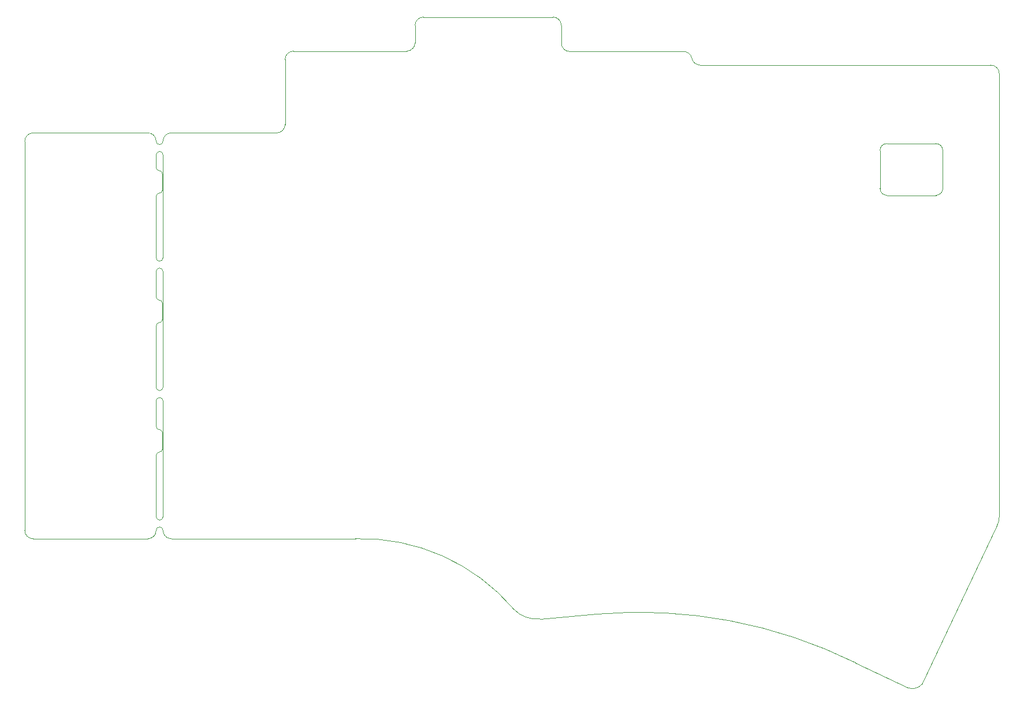
<source format=gtp>
%TF.GenerationSoftware,KiCad,Pcbnew,(7.0.0-0)*%
%TF.CreationDate,2023-05-03T16:44:54-07:00*%
%TF.ProjectId,keyboard_pcb,6b657962-6f61-4726-945f-7063622e6b69,rev1.0*%
%TF.SameCoordinates,PX78114e0PY44b6550*%
%TF.FileFunction,Paste,Top*%
%TF.FilePolarity,Positive*%
%FSLAX46Y46*%
G04 Gerber Fmt 4.6, Leading zero omitted, Abs format (unit mm)*
G04 Created by KiCad (PCBNEW (7.0.0-0)) date 2023-05-03 16:44:54*
%MOMM*%
%LPD*%
G01*
G04 APERTURE LIST*
%TA.AperFunction,Profile*%
%ADD10C,0.100000*%
%TD*%
G04 APERTURE END LIST*
D10*
X-48624915Y9581270D02*
X-48624891Y7740528D01*
X-48624931Y-15524363D02*
X-48624995Y-24525005D01*
X-11910000Y24806548D02*
G75*
G03*
X-10673448Y26043104I0J1236552D01*
G01*
X65685000Y3640000D02*
G75*
G03*
X66685000Y4640000I0J1000000D01*
G01*
X-47624995Y-24525005D02*
X-47624955Y-7526517D01*
X-46398448Y-46750000D02*
X-19400000Y-46750000D01*
X63630000Y-68110000D02*
X74635831Y-44865940D01*
X-47724893Y4374125D02*
X-47724893Y6840528D01*
X3789970Y-57090029D02*
G75*
G03*
X7610000Y-58539999I3440030J3305929D01*
G01*
X-48624976Y-34522846D02*
X-48625040Y-43523488D01*
X58485000Y11240000D02*
G75*
G03*
X57485000Y10240000I200J-1000200D01*
G01*
X57485000Y4640000D02*
X57485000Y10240000D01*
X29900001Y23770000D02*
G75*
G03*
X31110000Y22759999I1209999J219800D01*
G01*
X-47625000Y-26525000D02*
G75*
G03*
X-48125000Y-26025000I-500000J0D01*
G01*
X65685000Y3640000D02*
X58485000Y3640000D01*
X-48625000Y-26525000D02*
X-48624976Y-30256443D01*
X-48624955Y-7526517D02*
X-48624931Y-11257960D01*
X-46408363Y12807822D02*
X-30964374Y12807822D01*
X73670000Y22760000D02*
X31110000Y22760000D01*
X-48124931Y-15024369D02*
G75*
G03*
X-48624931Y-15524363I31J-500031D01*
G01*
X-48124976Y-34022922D02*
G75*
G03*
X-47724978Y-33622846I-24J400022D01*
G01*
X-10673448Y28570000D02*
X-10673448Y26043104D01*
X-9436896Y29806552D02*
X9530000Y29806552D01*
X-48125040Y-44023460D02*
G75*
G03*
X-47625040Y-43523488I40J499960D01*
G01*
X66677893Y10240000D02*
X66685000Y4640000D01*
X12003104Y24750000D02*
X28690000Y24750000D01*
X-48624891Y3474125D02*
X-48624955Y-5526517D01*
X-47624930Y9581270D02*
G75*
G03*
X-48124915Y10081270I-499970J30D01*
G01*
X-47724933Y-14624363D02*
X-47724933Y-12157960D01*
X74960028Y21510000D02*
G75*
G03*
X73670000Y22759999I-1241028J9900D01*
G01*
X-28480000Y24806552D02*
X-11910000Y24806552D01*
X74635824Y-44865936D02*
G75*
G03*
X74959999Y-43570000I-2650524J1351536D01*
G01*
X-48624917Y-5526517D02*
G75*
G03*
X-48124955Y-6026517I500017J17D01*
G01*
X-48625005Y-24525005D02*
G75*
G03*
X-48124995Y-25025005I500005J5D01*
G01*
X66677900Y10240000D02*
G75*
G03*
X65677893Y11240000I-1000000J0D01*
G01*
X-48125040Y-45023560D02*
G75*
G03*
X-48625040Y-45523488I-60J-499940D01*
G01*
X-47624939Y-45533448D02*
G75*
G03*
X-46398448Y-46749999I1216639J48D01*
G01*
X-48124931Y-15024367D02*
G75*
G03*
X-47724933Y-14624363I31J399967D01*
G01*
X-49841592Y-46750100D02*
G75*
G03*
X-48625040Y-45523488I-108J1216700D01*
G01*
X-48624933Y11591230D02*
G75*
G03*
X-48124915Y11081270I500033J-9830D01*
G01*
X-47625017Y-7526517D02*
G75*
G03*
X-48124955Y-7026517I-499983J17D01*
G01*
X-48624943Y-30256443D02*
G75*
G03*
X-48124976Y-30756443I499943J-57D01*
G01*
X-28480000Y24806527D02*
G75*
G03*
X-29730000Y23570000I-13400J-1236527D01*
G01*
X10766552Y28570000D02*
X10766552Y25980000D01*
X15940000Y-57820000D02*
X7610000Y-58540000D01*
X-47625040Y-43523488D02*
X-47625000Y-26525000D01*
X53910000Y-64960000D02*
X61613868Y-68641488D01*
X-67896540Y-45533448D02*
G75*
G03*
X-66670000Y-46750000I1216640J48D01*
G01*
X29900008Y23770002D02*
G75*
G03*
X28690000Y24750000I-1210008J-257002D01*
G01*
X-47724978Y-33622846D02*
X-47724978Y-31156443D01*
X-48124915Y10081315D02*
G75*
G03*
X-48624915Y9581270I15J-500015D01*
G01*
X-66660000Y12806552D02*
G75*
G03*
X-67896552Y11570000I0J-1236552D01*
G01*
X-30964374Y12807822D02*
G75*
G03*
X-29727822Y14044374I-26J1236578D01*
G01*
X58485000Y11240000D02*
X65677893Y11240000D01*
X-47724960Y-12157960D02*
G75*
G03*
X-48124931Y-11757960I-399940J60D01*
G01*
X-66660000Y12806552D02*
X-49851507Y12807782D01*
X10766583Y25980000D02*
G75*
G03*
X12003104Y24750000I1230017J0D01*
G01*
X-48124915Y11081215D02*
G75*
G03*
X-47624915Y11581270I15J499985D01*
G01*
X-47725043Y-31156443D02*
G75*
G03*
X-48124976Y-30756443I-399957J43D01*
G01*
X-48624872Y7740528D02*
G75*
G03*
X-48124891Y7240528I499972J-28D01*
G01*
X-48124955Y-6026445D02*
G75*
G03*
X-47624955Y-5526517I55J499945D01*
G01*
X-48624978Y11591230D02*
G75*
G03*
X-49851507Y12807782I-1216622J-30D01*
G01*
X-48124976Y-34022824D02*
G75*
G03*
X-48624976Y-34522846I-24J-499976D01*
G01*
X-47624983Y-45533448D02*
G75*
G03*
X-48125040Y-45023488I-500117J9748D01*
G01*
X-48124891Y3974093D02*
G75*
G03*
X-47724893Y4374125I-9J400007D01*
G01*
X-9436896Y29806548D02*
G75*
G03*
X-10673448Y28570000I-4J-1236548D01*
G01*
X-48624860Y-11257960D02*
G75*
G03*
X-48124931Y-11757960I499960J-40D01*
G01*
X-47724872Y6840528D02*
G75*
G03*
X-48124891Y7240528I-400028J-28D01*
G01*
X-48624988Y-43523488D02*
G75*
G03*
X-48125040Y-44023488I499988J-12D01*
G01*
X-46408363Y12807855D02*
G75*
G03*
X-47624914Y11581270I63J-1216655D01*
G01*
X57485001Y4640000D02*
G75*
G03*
X58485000Y3640001I1009999J10000D01*
G01*
X-48124891Y3974091D02*
G75*
G03*
X-48624891Y3474125I-9J-499991D01*
G01*
X-29730000Y23570000D02*
X-29727822Y14044374D01*
X3790002Y-57089998D02*
G75*
G03*
X-19400000Y-46750000I-22380702J-19019602D01*
G01*
X10766552Y28570000D02*
G75*
G03*
X9530000Y29806552I-1236552J0D01*
G01*
X-49841592Y-46750040D02*
X-66670000Y-46750000D01*
X-48124995Y-25025005D02*
G75*
G03*
X-47624995Y-24525005I-5J500005D01*
G01*
X-48124955Y-7026545D02*
G75*
G03*
X-48624955Y-7526517I-45J-499955D01*
G01*
X-48125000Y-26025000D02*
G75*
G03*
X-48625000Y-26525000I0J-500000D01*
G01*
X-47624955Y-5526517D02*
X-47624915Y9581270D01*
X74960000Y-43570000D02*
X74960000Y21510000D01*
X61613883Y-68641447D02*
G75*
G03*
X63629999Y-68109999I623117J1726047D01*
G01*
X-67896552Y-45533448D02*
X-67896552Y11570000D01*
X53910001Y-64959998D02*
G75*
G03*
X15940000Y-57820000I-31697901J-64036302D01*
G01*
M02*

</source>
